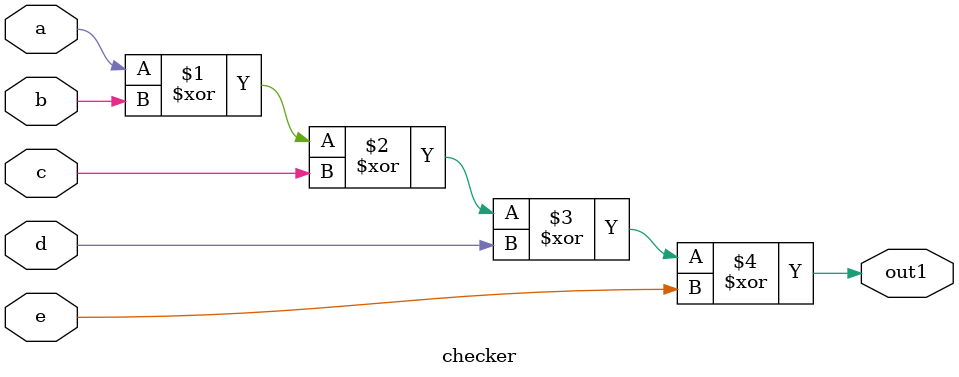
<source format=v>
`timescale 1ns / 1ps

module checker(
    input a, b, c, d, e, // e: even parity
    output out1 // parity check 
    );

assign out1 = a^b^c^d^e;

endmodule


</source>
